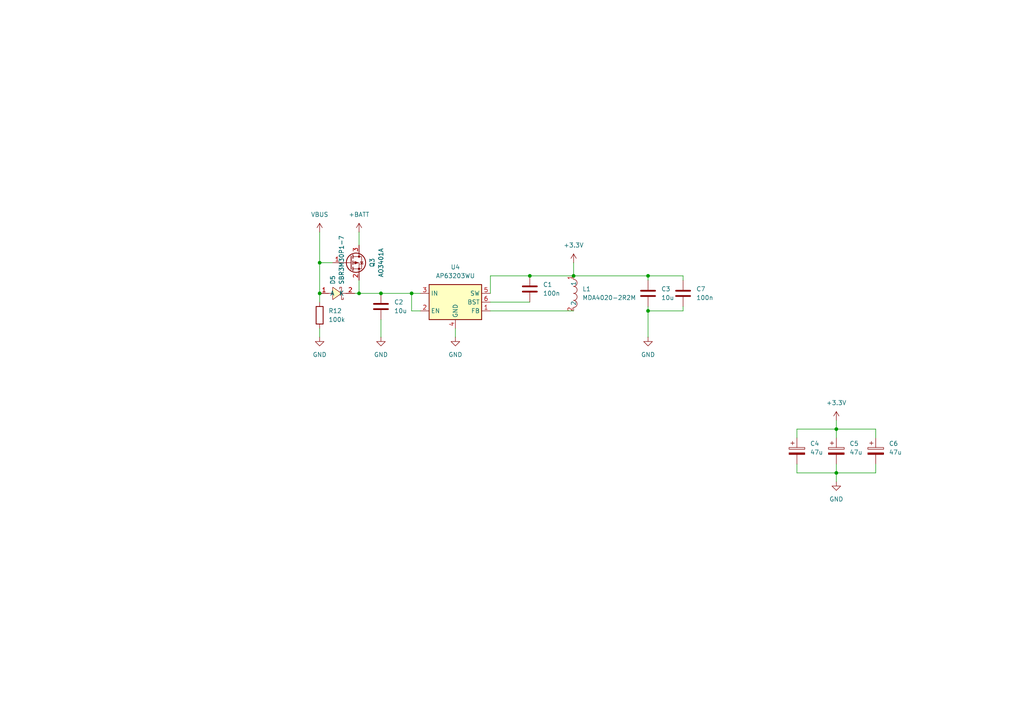
<source format=kicad_sch>
(kicad_sch (version 20231120) (generator "eeschema") (generator_version "8.0")
  (paper "A4")
  (lib_symbols
    (symbol "Device:C" (pin_numbers hide) (pin_names (offset 0.254))
      (property "Reference" "C" (at 0.635 2.54 0))
      (property "Value" "C" (at 0.635 -2.54 0))
      (symbol "C_0_1"
        (polyline (pts (xy -2.032 -0.762) (xy 2.032 -0.762)) (stroke (width 0.508)))
        (polyline (pts (xy -2.032 0.762) (xy 2.032 0.762)) (stroke (width 0.508)))
      )
      (symbol "C_1_1"
        (pin passive line (at 0 3.81 270) (length 2.794) (name "~") (number "1"))
        (pin passive line (at 0 -3.81 90) (length 2.794) (name "~") (number "2"))
      )
    )
    (symbol "Device:C_Polarized" (pin_numbers hide) (pin_names (offset 0.254))
      (property "Reference" "C" (at 0.635 2.54 0))
      (property "Value" "C_Polarized" (at 0.635 -2.54 0))
      (symbol "C_Polarized_0_1"
        (rectangle (start -2.286 0.508) (end 2.286 1.016))
        (polyline (pts (xy -1.778 2.286) (xy -0.762 2.286)))
        (polyline (pts (xy -1.27 2.794) (xy -1.27 1.778)))
        (rectangle (start 2.286 -0.508) (end -2.286 -1.016) (fill (type outline)))
      )
      (symbol "C_Polarized_1_1"
        (pin passive line (at 0 3.81 270) (length 2.794) (name "~") (number "1"))
        (pin passive line (at 0 -3.81 90) (length 2.794) (name "~") (number "2"))
      )
    )
    (symbol "Device:R" (pin_numbers hide) (pin_names (offset 0))
      (property "Reference" "R" (at 2.032 0 90))
      (property "Value" "R" (at 0 0 90))
      (symbol "R_0_1"
        (rectangle (start -1.016 -2.54) (end 1.016 2.54) (stroke (width 0.254)))
      )
      (symbol "R_1_1"
        (pin passive line (at 0 3.81 270) (length 1.27) (name "~") (number "1"))
        (pin passive line (at 0 -3.81 90) (length 1.27) (name "~") (number "2"))
      )
    )
    (symbol "Regulator_Switching:AP63203WU"
      (property "Reference" "U" (at -7.62 6.35 0))
      (property "Value" "AP63203WU" (at 2.54 6.35 0))
      (symbol "AP63203WU_0_1"
        (rectangle (start -7.62 5.08) (end 7.62 -5.08) (stroke (width 0.254)) (fill (type background)))
      )
      (symbol "AP63203WU_1_1"
        (pin input line (at 10.16 -2.54 180) (length 2.54) (name "FB") (number "1"))
        (pin input line (at -10.16 -2.54 0) (length 2.54) (name "EN") (number "2"))
        (pin power_in line (at -10.16 2.54 0) (length 2.54) (name "IN") (number "3"))
        (pin power_in line (at 0 -7.62 90) (length 2.54) (name "GND") (number "4"))
        (pin output line (at 10.16 2.54 180) (length 2.54) (name "SW") (number "5"))
        (pin passive line (at 10.16 0 180) (length 2.54) (name "BST") (number "6"))
      )
    )
    (symbol "Transistor_FET:AO3401A" (pin_names hide)
      (property "Reference" "Q" (at 5.08 1.905 0))
      (property "Value" "AO3401A" (at 5.08 0 0))
      (symbol "AO3401A_0_1"
        (polyline (pts (xy 0.254 0) (xy -2.54 0)))
        (polyline (pts (xy 0.254 1.905) (xy 0.254 -1.905)) (stroke (width 0.254)))
        (polyline (pts (xy 0.762 -1.27) (xy 0.762 -2.286)) (stroke (width 0.254)))
        (polyline (pts (xy 0.762 0.508) (xy 0.762 -0.508)) (stroke (width 0.254)))
        (polyline (pts (xy 0.762 2.286) (xy 0.762 1.27)) (stroke (width 0.254)))
        (polyline (pts (xy 2.54 2.54) (xy 2.54 1.778)))
        (polyline (pts (xy 2.54 -2.54) (xy 2.54 0) (xy 0.762 0)))
        (polyline (pts (xy 0.762 1.778) (xy 3.302 1.778) (xy 3.302 -1.778) (xy 0.762 -1.778)))
        (polyline (pts (xy 2.286 0) (xy 1.27 0.381) (xy 1.27 -0.381) (xy 2.286 0)) (fill (type outline)))
        (polyline (pts (xy 2.794 -0.508) (xy 2.921 -0.381) (xy 3.683 -0.381) (xy 3.81 -0.254)))
        (polyline (pts (xy 3.302 -0.381) (xy 2.921 0.254) (xy 3.683 0.254) (xy 3.302 -0.381)))
        (circle (center 1.651 0) (radius 2.794) (stroke (width 0.254)))
        (circle (center 2.54 -1.778) (radius 0.254) (fill (type outline)))
        (circle (center 2.54 1.778) (radius 0.254) (fill (type outline)))
      )
      (symbol "AO3401A_1_1"
        (pin input line (at -5.08 0 0) (length 2.54) (name "G") (number "1"))
        (pin passive line (at 2.54 -5.08 90) (length 2.54) (name "S") (number "2"))
        (pin passive line (at 2.54 5.08 270) (length 2.54) (name "D") (number "3"))
      )
    )
    (symbol "easyeda2kicad:MDA4020-2R2M"
      (property "Reference" "L" (at 0 5.08 0))
      (property "Value" "MDA4020-2R2M" (at 0 -5.08 0))
      (symbol "MDA4020-2R2M_0_1"
        (arc (start -2.03 0.01) (mid -3.055 1.013) (end -4.06 -0.01))
        (arc (start 0 0.01) (mid -1.025 1.013) (end -2.03 -0.01))
        (arc (start 2.03 0.01) (mid 1.005 1.013) (end 0 -0.01))
        (arc (start 4.06 0.01) (mid 3.035 1.013) (end 2.03 -0.01))
        (pin unspecified line (at -5.08 0 0) (length 1.016) (name "1") (number "1"))
        (pin unspecified line (at 5.08 0 180) (length 1.016) (name "2") (number "2"))
      )
    )
    (symbol "easyeda2kicad:SBR3M30P1-7"
      (property "Reference" "D" (at 0 5.08 0))
      (property "Value" "SBR3M30P1-7" (at 0 -5.08 0))
      (symbol "SBR3M30P1-7_0_1"
        (polyline (pts (xy -1.27 0) (xy -2.54 0)))
        (polyline (pts (xy 2.54 0) (xy 1.27 0)))
        (polyline (pts (xy 1.27 1.78) (xy -1.27 0) (xy 1.27 -1.78) (xy 1.27 1.78)) (fill (type background)))
        (polyline (pts (xy -1.78 1.27) (xy -1.78 1.78) (xy -1.27 1.78) (xy -1.27 -1.78) (xy -0.76 -1.78) (xy -0.76 -1.27)))
        (pin unspecified line (at 5.08 0 180) (length 2.54) (name "A") (number "1"))
        (pin unspecified line (at -5.08 0 0) (length 2.54) (name "K") (number "2"))
      )
    )
    (symbol "power:+3.3V" (power) (pin_numbers hide) (pin_names (offset 0) hide)
      (property "Value" "+3.3V" (at 0 3.556 0))
      (symbol "+3.3V_0_1"
        (polyline (pts (xy -0.762 1.27) (xy 0 2.54)))
        (polyline (pts (xy 0 0) (xy 0 2.54)))
        (polyline (pts (xy 0 2.54) (xy 0.762 1.27)))
      )
      (symbol "+3.3V_1_1"
        (pin power_in line (at 0 0 90) (length 0) (name "~") (number "1"))
      )
    )
    (symbol "power:+BATT" (power) (pin_numbers hide) (pin_names (offset 0) hide)
      (property "Value" "+BATT" (at 0 3.556 0))
      (symbol "+BATT_0_1"
        (polyline (pts (xy -0.762 1.27) (xy 0 2.54)))
        (polyline (pts (xy 0 0) (xy 0 2.54)))
        (polyline (pts (xy 0 2.54) (xy 0.762 1.27)))
      )
      (symbol "+BATT_1_1"
        (pin power_in line (at 0 0 90) (length 0) (name "~") (number "1"))
      )
    )
    (symbol "power:GND" (power) (pin_numbers hide) (pin_names (offset 0) hide)
      (property "Value" "GND" (at 0 -3.81 0))
      (symbol "GND_0_1"
        (polyline (pts (xy 0 0) (xy 0 -1.27) (xy 1.27 -1.27) (xy 0 -2.54) (xy -1.27 -1.27) (xy 0 -1.27)))
      )
      (symbol "GND_1_1"
        (pin power_in line (at 0 0 270) (length 0) (name "~") (number "1"))
      )
    )
    (symbol "power:VBUS" (power) (pin_numbers hide) (pin_names (offset 0) hide)
      (property "Value" "VBUS" (at 0 3.556 0))
      (symbol "VBUS_0_1"
        (polyline (pts (xy -0.762 1.27) (xy 0 2.54)))
        (polyline (pts (xy 0 0) (xy 0 2.54)))
        (polyline (pts (xy 0 2.54) (xy 0.762 1.27)))
      )
      (symbol "VBUS_1_1"
        (pin power_in line (at 0 0 90) (length 0) (name "~") (number "1"))
      )
    )
  )
  (junction (at 92.71 76.2))
  (junction (at 242.57 124.46))
  (junction (at 187.96 80.01))
  (junction (at 242.57 137.16))
  (junction (at 119.38 85.09))
  (junction (at 187.96 90.17))
  (junction (at 110.49 85.09))
  (junction (at 166.37 80.01))
  (junction (at 92.71 85.09))
  (junction (at 153.67 80.01))
  (junction (at 104.14 85.09))
  (wire (pts (xy 242.57 139.7) (xy 242.57 137.16)))
  (wire (pts (xy 119.38 85.09) (xy 121.92 85.09)))
  (wire (pts (xy 92.71 85.09) (xy 92.71 87.63)))
  (wire (pts (xy 153.67 80.01) (xy 166.37 80.01)))
  (wire (pts (xy 119.38 85.09) (xy 119.38 90.17)))
  (wire (pts (xy 242.57 121.92) (xy 242.57 124.46)))
  (wire (pts (xy 104.14 85.09) (xy 110.49 85.09)))
  (wire (pts (xy 242.57 134.62) (xy 242.57 137.16)))
  (wire (pts (xy 231.14 124.46) (xy 242.57 124.46)))
  (wire (pts (xy 254 124.46) (xy 242.57 124.46)))
  (wire (pts (xy 104.14 85.09) (xy 104.14 81.28)))
  (wire (pts (xy 92.71 76.2) (xy 96.52 76.2)))
  (wire (pts (xy 104.14 67.31) (xy 104.14 71.12)))
  (wire (pts (xy 198.12 88.9) (xy 198.12 90.17)))
  (wire (pts (xy 254 134.62) (xy 254 137.16)))
  (wire (pts (xy 142.24 80.01) (xy 153.67 80.01)))
  (wire (pts (xy 166.37 80.01) (xy 187.96 80.01)))
  (wire (pts (xy 132.08 95.25) (xy 132.08 97.79)))
  (wire (pts (xy 142.24 90.17) (xy 166.37 90.17)))
  (wire (pts (xy 187.96 88.9) (xy 187.96 90.17)))
  (wire (pts (xy 187.96 80.01) (xy 187.96 81.28)))
  (wire (pts (xy 198.12 90.17) (xy 187.96 90.17)))
  (wire (pts (xy 92.71 67.31) (xy 92.71 76.2)))
  (wire (pts (xy 142.24 80.01) (xy 142.24 85.09)))
  (wire (pts (xy 198.12 80.01) (xy 187.96 80.01)))
  (wire (pts (xy 242.57 137.16) (xy 231.14 137.16)))
  (wire (pts (xy 102.87 85.09) (xy 104.14 85.09)))
  (wire (pts (xy 166.37 76.2) (xy 166.37 80.01)))
  (wire (pts (xy 187.96 90.17) (xy 187.96 97.79)))
  (wire (pts (xy 198.12 81.28) (xy 198.12 80.01)))
  (wire (pts (xy 110.49 92.71) (xy 110.49 97.79)))
  (wire (pts (xy 254 137.16) (xy 242.57 137.16)))
  (wire (pts (xy 231.14 137.16) (xy 231.14 134.62)))
  (wire (pts (xy 92.71 95.25) (xy 92.71 97.79)))
  (wire (pts (xy 142.24 87.63) (xy 153.67 87.63)))
  (wire (pts (xy 110.49 85.09) (xy 119.38 85.09)))
  (wire (pts (xy 254 127) (xy 254 124.46)))
  (wire (pts (xy 231.14 127) (xy 231.14 124.46)))
  (wire (pts (xy 242.57 124.46) (xy 242.57 127)))
  (wire (pts (xy 92.71 76.2) (xy 92.71 85.09)))
  (wire (pts (xy 119.38 90.17) (xy 121.92 90.17)))
  (symbol (lib_id "power:+BATT") (at 104.14 67.31 0) (unit 1)
    (property "Reference" "#PWR018" (effects (hide yes)))
    (property "Value" "+BATT" (at 104.14 62.23 0))
    (property "Description" "Power symbol creates a global label with name \"+BATT\"" (effects (hide yes)))
  )
  (symbol (lib_id "Transistor_FET:AO3401A") (at 101.6 76.2 0) (unit 1)
    (property "Reference" "Q3" (at 107.95 76.2 90))
    (property "Value" "AO3401A" (at 110.49 76.2 90))
    (property "Footprint" "Package_TO_SOT_SMD:SOT-23" (effects (hide yes)))
    (property "Datasheet" "http://www.aosmd.com/pdfs/datasheet/AO3401A.pdf" (effects (hide yes)))
    (property "Description" "-4.0A Id, -30V Vds, P-Channel MOSFET, SOT-23" (effects (hide yes)))
  )
  (symbol (lib_id "Device:C") (at 153.67 83.82 0) (unit 1)
    (property "Reference" "C1" (at 157.48 82.5499 0) (effects (justify left)))
    (property "Value" "100n" (at 157.48 85.0899 0) (effects (justify left)))
    (property "Footprint" "Capacitor_SMD:C_0603_1608Metric" (effects (hide yes)))
    (property "Description" "Unpolarized capacitor" (effects (hide yes)))
  )
  (symbol (lib_id "easyeda2kicad:MDA4020-2R2M") (at 166.37 85.09 270) (unit 1)
    (property "Reference" "L1" (at 168.91 83.8199 90) (effects (justify left)))
    (property "Value" "MDA4020-2R2M" (at 168.91 86.3599 90) (effects (justify left)))
    (property "Footprint" "easyeda2kicad:IND-SMD_L4.5-W4.1_YXMAA0402" (effects (hide yes)))
    (property "LCSC Part" "C2847469" (effects (hide yes)))
  )
  (symbol (lib_id "power:GND") (at 132.08 97.79 0) (unit 1)
    (property "Reference" "#PWR017" (effects (hide yes)))
    (property "Value" "GND" (at 132.08 102.87 0))
    (property "Description" "Power symbol creates a global label with name \"GND\" , ground" (effects (hide yes)))
  )
  (symbol (lib_id "Device:C_Polarized") (at 242.57 130.81 0) (unit 1)
    (property "Reference" "C5" (at 246.38 128.6509 0) (effects (justify left)))
    (property "Value" "47u" (at 246.38 131.1909 0) (effects (justify left)))
    (property "Footprint" "Capacitor_Tantalum_SMD:CP_EIA-3216-10_Kemet-I" (effects (hide yes)))
    (property "Description" "Polarized capacitor" (effects (hide yes)))
  )
  (symbol (lib_id "Device:C") (at 110.49 88.9 0) (unit 1)
    (property "Reference" "C2" (at 114.3 87.6299 0) (effects (justify left)))
    (property "Value" "10u" (at 114.3 90.1699 0) (effects (justify left)))
    (property "Footprint" "Capacitor_SMD:C_0805_2012Metric" (effects (hide yes)))
    (property "Description" "Unpolarized capacitor" (effects (hide yes)))
  )
  (symbol (lib_id "Regulator_Switching:AP63203WU") (at 132.08 87.63 0) (unit 1)
    (property "Reference" "U4" (at 132.08 77.47 0))
    (property "Value" "AP63203WU" (at 132.08 80.01 0))
    (property "Footprint" "Package_TO_SOT_SMD:TSOT-23-6" (effects (hide yes)))
    (property "Datasheet" "https://www.diodes.com/assets/Datasheets/AP63200-AP63201-AP63203-AP63205.pdf" (effects (hide yes)))
    (property "Description" "2A, 1.1MHz Buck DC/DC Converter, fixed 3.3V output voltage, TSOT-23-6" (effects (hide yes)))
  )
  (symbol (lib_id "power:+3.3V") (at 242.57 121.92 0) (unit 1)
    (property "Reference" "#PWR030" (effects (hide yes)))
    (property "Value" "+3.3V" (at 242.57 116.84 0))
    (property "Description" "Power symbol creates a global label with name \"+3.3V\"" (effects (hide yes)))
  )
  (symbol (lib_id "power:VBUS") (at 92.71 67.31 0) (unit 1)
    (property "Reference" "#PWR019" (effects (hide yes)))
    (property "Value" "VBUS" (at 92.71 62.23 0))
    (property "Description" "Power symbol creates a global label with name \"VBUS\"" (effects (hide yes)))
  )
  (symbol (lib_id "power:GND") (at 92.71 97.79 0) (unit 1)
    (property "Reference" "#PWR023" (effects (hide yes)))
    (property "Value" "GND" (at 92.71 102.87 0))
    (property "Description" "Power symbol creates a global label with name \"GND\" , ground" (effects (hide yes)))
  )
  (symbol (lib_id "power:GND") (at 110.49 97.79 0) (unit 1)
    (property "Reference" "#PWR021" (effects (hide yes)))
    (property "Value" "GND" (at 110.49 102.87 0))
    (property "Description" "Power symbol creates a global label with name \"GND\" , ground" (effects (hide yes)))
  )
  (symbol (lib_id "Device:C_Polarized") (at 254 130.81 0) (unit 1)
    (property "Reference" "C6" (at 257.81 128.6509 0) (effects (justify left)))
    (property "Value" "47u" (at 257.81 131.1909 0) (effects (justify left)))
    (property "Footprint" "Capacitor_Tantalum_SMD:CP_EIA-3216-10_Kemet-I" (effects (hide yes)))
    (property "Description" "Polarized capacitor" (effects (hide yes)))
  )
  (symbol (lib_id "Device:C") (at 187.96 85.09 0) (unit 1)
    (property "Reference" "C3" (at 191.77 83.8199 0) (effects (justify left)))
    (property "Value" "10u" (at 191.77 86.3599 0) (effects (justify left)))
    (property "Footprint" "Capacitor_SMD:C_0805_2012Metric" (effects (hide yes)))
    (property "Description" "Unpolarized capacitor" (effects (hide yes)))
  )
  (symbol (lib_id "easyeda2kicad:SBR3M30P1-7") (at 97.79 85.09 180) (unit 1)
    (property "Reference" "D5" (at 96.5199 82.55 90) (effects (justify right)))
    (property "Value" "SBR3M30P1-7" (at 99.0599 82.55 90) (effects (justify right)))
    (property "Footprint" "easyeda2kicad:POWERDI123_L2.8-W1.8-LS3.7-RD" (effects (hide yes)))
    (property "LCSC Part" "C460953" (effects (hide yes)))
  )
  (symbol (lib_id "power:GND") (at 242.57 139.7 0) (unit 1)
    (property "Reference" "#PWR029" (effects (hide yes)))
    (property "Value" "GND" (at 242.57 144.78 0))
    (property "Description" "Power symbol creates a global label with name \"GND\" , ground" (effects (hide yes)))
  )
  (symbol (lib_id "power:+3.3V") (at 166.37 76.2 0) (unit 1)
    (property "Reference" "#PWR020" (effects (hide yes)))
    (property "Value" "+3.3V" (at 166.37 71.12 0))
    (property "Description" "Power symbol creates a global label with name \"+3.3V\"" (effects (hide yes)))
  )
  (symbol (lib_id "Device:R") (at 92.71 91.44 0) (unit 1)
    (property "Reference" "R12" (at 95.25 90.1699 0) (effects (justify left)))
    (property "Value" "100k" (at 95.25 92.7099 0) (effects (justify left)))
    (property "Footprint" "Resistor_SMD:R_0603_1608Metric" (effects (hide yes)))
    (property "Description" "Resistor" (effects (hide yes)))
  )
  (symbol (lib_id "power:GND") (at 187.96 97.79 0) (unit 1)
    (property "Reference" "#PWR022" (effects (hide yes)))
    (property "Value" "GND" (at 187.96 102.87 0))
    (property "Description" "Power symbol creates a global label with name \"GND\" , ground" (effects (hide yes)))
  )
  (symbol (lib_id "Device:C_Polarized") (at 231.14 130.81 0) (unit 1)
    (property "Reference" "C4" (at 234.95 128.6509 0) (effects (justify left)))
    (property "Value" "47u" (at 234.95 131.1909 0) (effects (justify left)))
    (property "Footprint" "Capacitor_Tantalum_SMD:CP_EIA-3216-10_Kemet-I" (effects (hide yes)))
    (property "Description" "Polarized capacitor" (effects (hide yes)))
  )
  (symbol (lib_id "Device:C") (at 198.12 85.09 0) (unit 1)
    (property "Reference" "C7" (at 201.93 83.8199 0) (effects (justify left)))
    (property "Value" "100n" (at 201.93 86.3599 0) (effects (justify left)))
    (property "Footprint" "Capacitor_SMD:C_0603_1608Metric" (effects (hide yes)))
    (property "Description" "Unpolarized capacitor" (effects (hide yes)))
  )
)
</source>
